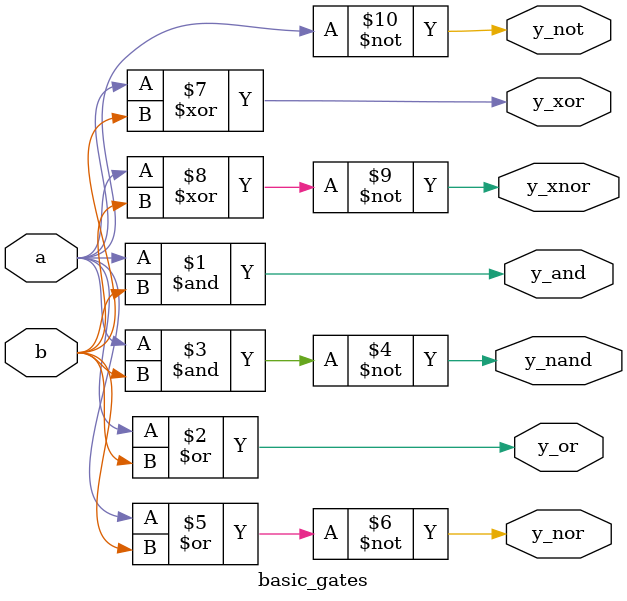
<source format=v>
`timescale 1ns / 1ps
module basic_gates(a,b,y_not,y_and,y_or,y_nand,y_nor,y_xor,y_xnor);
input a,b;
output y_not,y_and,y_or,y_nand,y_nor,y_xor,y_xnor;
not(y_not,a);
and(y_and,a,b);
or(y_or,a,b);
nand(y_nand,a,b);
nor(y_nor,a,b);
xor(y_xor,a,b);
xnor(y_xnor,a,b);
endmodule
</source>
